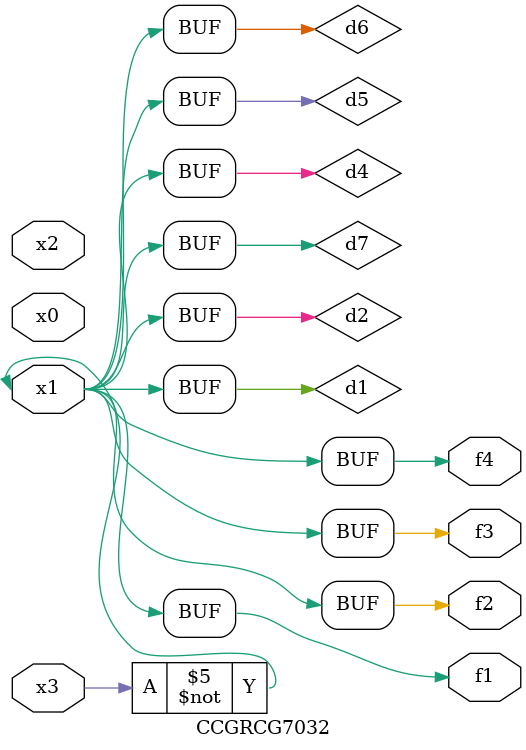
<source format=v>
module CCGRCG7032(
	input x0, x1, x2, x3,
	output f1, f2, f3, f4
);

	wire d1, d2, d3, d4, d5, d6, d7;

	not (d1, x3);
	buf (d2, x1);
	xnor (d3, d1, d2);
	nor (d4, d1);
	buf (d5, d1, d2);
	buf (d6, d4, d5);
	nand (d7, d4);
	assign f1 = d6;
	assign f2 = d7;
	assign f3 = d6;
	assign f4 = d6;
endmodule

</source>
